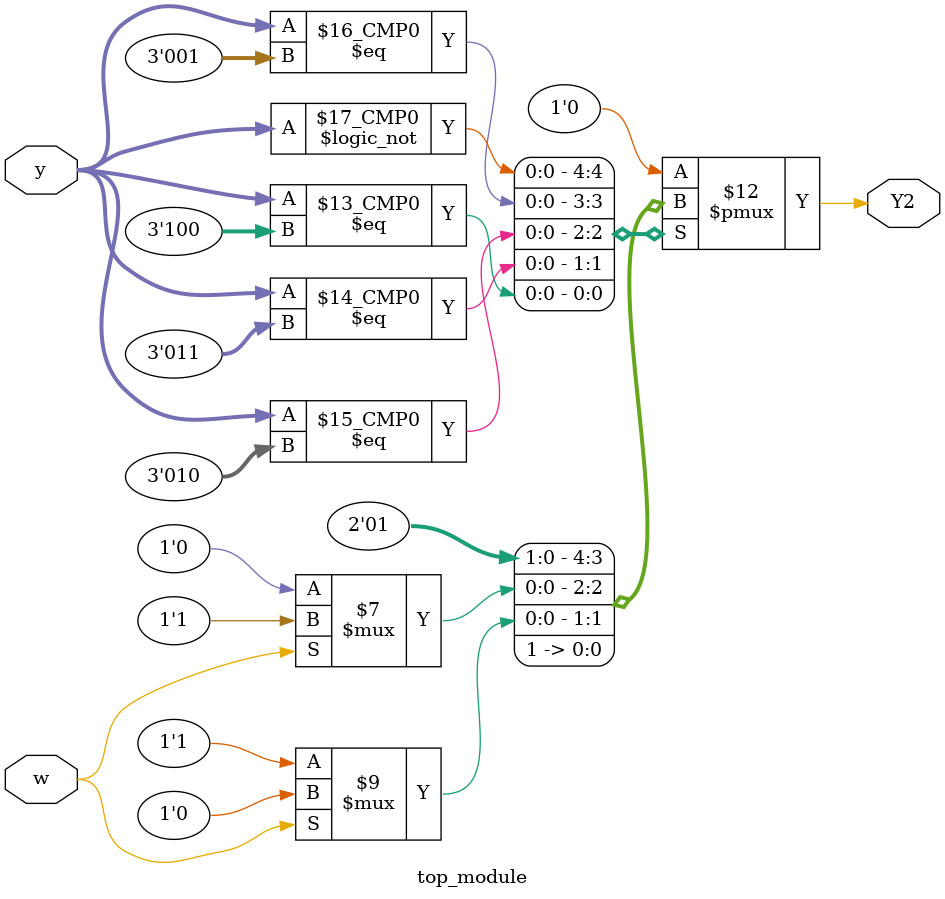
<source format=sv>
module top_module(
    input [3:1] y,
    input w,
    output reg Y2);

    // Define the states
    parameter A = 3'b000;
    parameter B = 3'b001;
    parameter C = 3'b010;
    parameter D = 3'b011;
    parameter E = 3'b100;
    parameter F = 3'b101;

    always @(*) begin
        case (y)
            A: Y2 = (w == 1'b0) ? 1'b0 : 1'b0;     // A -> B on w=0, A -> A on w=1
            B: Y2 = (w == 1'b0) ? 1'b1 : 1'b1;     // B -> C on w=0, B -> D on w=1
            C: Y2 = (w == 1'b0) ? 1'b0 : 1'b1;     // C -> E on w=0, C -> D on w=1
            D: Y2 = (w == 1'b0) ? 1'b1 : 1'b0;     // D -> F on w=0, D -> A on w=1
            E: Y2 = 1'b1;                        // E -> E on w=0, E -> D on w=1
            F: Y2 = 1'b0;                        // F -> C on w=0, F -> D on w=1
            default: Y2 = 1'b0; // default case should never be hit
        endcase
    end
endmodule

</source>
